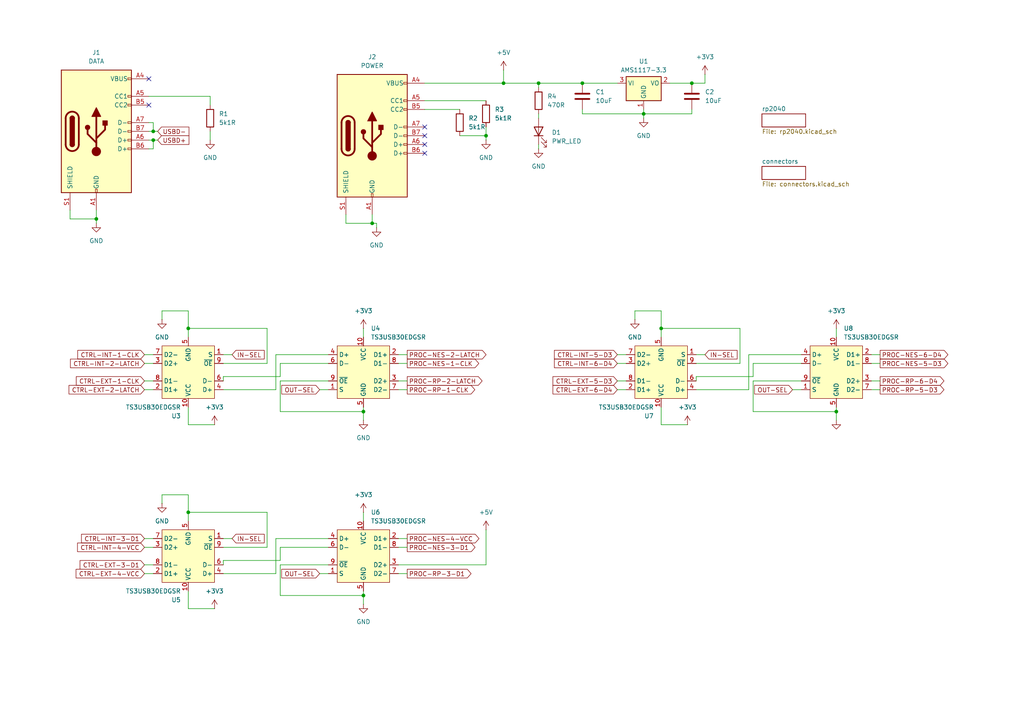
<source format=kicad_sch>
(kicad_sch (version 20250114) (generator "eeschema") (generator_version "9.0")
  (paper "A4")
  (lib_symbols
    (symbol "Connector:USB_C_Receptacle_USB2.0_14P" (pin_names (offset 1.016))
      (property "Reference" "J" (at 0 22.225 0))
      (property "Value" "USB_C_Receptacle_USB2.0_14P" (at 0 19.685 0))
      (symbol "USB_C_Receptacle_USB2.0_14P_0_0"
        (rectangle (start -0.254 -17.78) (end 0.254 -16.764))
        (rectangle (start 10.16 15.494) (end 9.144 14.986))
        (rectangle (start 10.16 10.414) (end 9.144 9.906))
        (rectangle (start 10.16 7.874) (end 9.144 7.366))
        (rectangle (start 10.16 2.794) (end 9.144 2.286))
        (rectangle (start 10.16 0.254) (end 9.144 -0.254))
        (rectangle (start 10.16 -2.286) (end 9.144 -2.794))
        (rectangle (start 10.16 -4.826) (end 9.144 -5.334))
      )
      (symbol "USB_C_Receptacle_USB2.0_14P_0_1"
        (rectangle (start -10.16 17.78) (end 10.16 -17.78) (stroke (width 0.254)) (fill (type background)))
        (polyline (pts (xy -8.89 -3.81) (xy -8.89 3.81)) (stroke (width 0.508)))
        (rectangle (start -7.62 -3.81) (end -6.35 3.81) (stroke (width 0.254)) (fill (type outline)))
        (arc (start -7.62 3.81) (mid -6.985 4.4423) (end -6.35 3.81) (stroke (width 0.254)))
        (arc (start -7.62 3.81) (mid -6.985 4.4423) (end -6.35 3.81) (stroke (width 0.254)) (fill (type outline)))
        (arc (start -8.89 3.81) (mid -6.985 5.7067) (end -5.08 3.81) (stroke (width 0.508)))
        (arc (start -5.08 -3.81) (mid -6.985 -5.7067) (end -8.89 -3.81) (stroke (width 0.508)))
        (arc (start -6.35 -3.81) (mid -6.985 -4.4423) (end -7.62 -3.81) (stroke (width 0.254)))
        (arc (start -6.35 -3.81) (mid -6.985 -4.4423) (end -7.62 -3.81) (stroke (width 0.254)) (fill (type outline)))
        (polyline (pts (xy -5.08 3.81) (xy -5.08 -3.81)) (stroke (width 0.508)))
        (circle (center -2.54 1.143) (radius 0.635) (stroke (width 0.254)) (fill (type outline)))
        (polyline (pts (xy -1.27 4.318) (xy 0 6.858) (xy 1.27 4.318) (xy -1.27 4.318)) (stroke (width 0.254)) (fill (type outline)))
        (polyline (pts (xy 0 -2.032) (xy 2.54 0.508) (xy 2.54 1.778)) (stroke (width 0.508)))
        (polyline (pts (xy 0 -3.302) (xy -2.54 -0.762) (xy -2.54 0.508)) (stroke (width 0.508)))
        (polyline (pts (xy 0 -5.842) (xy 0 4.318)) (stroke (width 0.508)))
        (circle (center 0 -5.842) (radius 1.27) (fill (type outline)))
        (rectangle (start 1.905 1.778) (end 3.175 3.048) (stroke (width 0.254)) (fill (type outline)))
      )
      (symbol "USB_C_Receptacle_USB2.0_14P_1_1"
        (pin passive line (at -7.62 -22.86 90) (length 5.08) (name "SHIELD") (number "S1"))
        (pin passive line (at 0 -22.86 90) (length 5.08) (name "GND") (number "A1"))
        (pin passive line (at 0 -22.86 90) (length 5.08) (hide yes) (name "GND") (number "A12"))
        (pin passive line (at 0 -22.86 90) (length 5.08) (hide yes) (name "GND") (number "B1"))
        (pin passive line (at 0 -22.86 90) (length 5.08) (hide yes) (name "GND") (number "B12"))
        (pin passive line (at 15.24 15.24 180) (length 5.08) (name "VBUS") (number "A4"))
        (pin passive line (at 15.24 15.24 180) (length 5.08) (hide yes) (name "VBUS") (number "A9"))
        (pin passive line (at 15.24 15.24 180) (length 5.08) (hide yes) (name "VBUS") (number "B4"))
        (pin passive line (at 15.24 15.24 180) (length 5.08) (hide yes) (name "VBUS") (number "B9"))
        (pin bidirectional line (at 15.24 10.16 180) (length 5.08) (name "CC1") (number "A5"))
        (pin bidirectional line (at 15.24 7.62 180) (length 5.08) (name "CC2") (number "B5"))
        (pin bidirectional line (at 15.24 2.54 180) (length 5.08) (name "D-") (number "A7"))
        (pin bidirectional line (at 15.24 0 180) (length 5.08) (name "D-") (number "B7"))
        (pin bidirectional line (at 15.24 -2.54 180) (length 5.08) (name "D+") (number "A6"))
        (pin bidirectional line (at 15.24 -5.08 180) (length 5.08) (name "D+") (number "B6"))
      )
    )
    (symbol "Device:C" (pin_numbers (hide yes)) (pin_names (offset 0.254))
      (property "Reference" "C" (at 0.635 2.54 0))
      (property "Value" "C" (at 0.635 -2.54 0))
      (symbol "C_0_1"
        (polyline (pts (xy -2.032 0.762) (xy 2.032 0.762)) (stroke (width 0.508)))
        (polyline (pts (xy -2.032 -0.762) (xy 2.032 -0.762)) (stroke (width 0.508)))
      )
      (symbol "C_1_1"
        (pin passive line (at 0 3.81 270) (length 2.794) (name "~") (number "1"))
        (pin passive line (at 0 -3.81 90) (length 2.794) (name "~") (number "2"))
      )
    )
    (symbol "Device:LED" (pin_numbers (hide yes)) (pin_names (offset 1.016) (hide yes))
      (property "Reference" "D" (at 0 2.54 0))
      (property "Value" "LED" (at 0 -2.54 0))
      (symbol "LED_0_1"
        (polyline (pts (xy -3.048 -0.762) (xy -4.572 -2.286) (xy -3.81 -2.286) (xy -4.572 -2.286) (xy -4.572 -1.524)))
        (polyline (pts (xy -1.778 -0.762) (xy -3.302 -2.286) (xy -2.54 -2.286) (xy -3.302 -2.286) (xy -3.302 -1.524)))
        (polyline (pts (xy -1.27 0) (xy 1.27 0)))
        (polyline (pts (xy -1.27 -1.27) (xy -1.27 1.27)) (stroke (width 0.254)))
        (polyline (pts (xy 1.27 -1.27) (xy 1.27 1.27) (xy -1.27 0) (xy 1.27 -1.27)) (stroke (width 0.254)))
      )
      (symbol "LED_1_1"
        (pin passive line (at -3.81 0 0) (length 2.54) (name "K") (number "1"))
        (pin passive line (at 3.81 0 180) (length 2.54) (name "A") (number "2"))
      )
    )
    (symbol "Device:R" (pin_numbers (hide yes)) (pin_names (offset 0))
      (property "Reference" "R" (at 2.032 0 90))
      (property "Value" "R" (at 0 0 90))
      (symbol "R_0_1"
        (rectangle (start -1.016 -2.54) (end 1.016 2.54) (stroke (width 0.254)))
      )
      (symbol "R_1_1"
        (pin passive line (at 0 3.81 270) (length 1.27) (name "~") (number "1"))
        (pin passive line (at 0 -3.81 90) (length 1.27) (name "~") (number "2"))
      )
    )
    (symbol "Interface_USB:TS3USB30EDGSR"
      (property "Reference" "U" (at -6.35 8.89 0))
      (property "Value" "TS3USB30EDGSR" (at 8.89 8.89 0))
      (symbol "TS3USB30EDGSR_1_1"
        (rectangle (start -7.62 7.62) (end 7.62 -7.62) (fill (type background)))
        (pin bidirectional line (at -10.16 5.08 0) (length 2.54) (name "D+") (number "4"))
        (pin bidirectional line (at -10.16 2.54 0) (length 2.54) (name "D-") (number "6"))
        (pin input line (at -10.16 -2.54 0) (length 2.54) (name "~{OE}") (number "9"))
        (pin input line (at -10.16 -5.08 0) (length 2.54) (name "S") (number "1"))
        (pin power_in line (at 0 10.16 270) (length 2.54) (name "VCC") (number "10"))
        (pin power_in line (at 0 -10.16 90) (length 2.54) (name "GND") (number "5"))
        (pin bidirectional line (at 10.16 5.08 180) (length 2.54) (name "D1+") (number "2"))
        (pin bidirectional line (at 10.16 2.54 180) (length 2.54) (name "D1-") (number "8"))
        (pin bidirectional line (at 10.16 -2.54 180) (length 2.54) (name "D2+") (number "3"))
        (pin bidirectional line (at 10.16 -5.08 180) (length 2.54) (name "D2-") (number "7"))
      )
    )
    (symbol "Regulator_Linear:AMS1117-3.3"
      (property "Reference" "U" (at -3.81 3.175 0))
      (property "Value" "AMS1117-3.3" (at 0 3.175 0))
      (symbol "AMS1117-3.3_0_1"
        (rectangle (start -5.08 -5.08) (end 5.08 1.905) (stroke (width 0.254)) (fill (type background)))
      )
      (symbol "AMS1117-3.3_1_1"
        (pin power_in line (at -7.62 0 0) (length 2.54) (name "VI") (number "3"))
        (pin power_in line (at 0 -7.62 90) (length 2.54) (name "GND") (number "1"))
        (pin power_out line (at 7.62 0 180) (length 2.54) (name "VO") (number "2"))
      )
    )
    (symbol "power:+3V3" (power) (pin_numbers (hide yes)) (pin_names (offset 0) (hide yes))
      (property "Value" "+3V3" (at 0 3.556 0))
      (symbol "+3V3_0_1"
        (polyline (pts (xy -0.762 1.27) (xy 0 2.54)))
        (polyline (pts (xy 0 2.54) (xy 0.762 1.27)))
        (polyline (pts (xy 0 0) (xy 0 2.54)))
      )
      (symbol "+3V3_1_1"
        (pin power_in line (at 0 0 90) (length 0) (name "~") (number "1"))
      )
    )
    (symbol "power:+5V" (power) (pin_numbers (hide yes)) (pin_names (offset 0) (hide yes))
      (property "Value" "+5V" (at 0 3.556 0))
      (symbol "+5V_0_1"
        (polyline (pts (xy -0.762 1.27) (xy 0 2.54)))
        (polyline (pts (xy 0 2.54) (xy 0.762 1.27)))
        (polyline (pts (xy 0 0) (xy 0 2.54)))
      )
      (symbol "+5V_1_1"
        (pin power_in line (at 0 0 90) (length 0) (name "~") (number "1"))
      )
    )
    (symbol "power:GND" (power) (pin_numbers (hide yes)) (pin_names (offset 0) (hide yes))
      (property "Value" "GND" (at 0 -3.81 0))
      (symbol "GND_0_1"
        (polyline (pts (xy 0 0) (xy 0 -1.27) (xy 1.27 -1.27) (xy 0 -2.54) (xy -1.27 -1.27) (xy 0 -1.27)))
      )
      (symbol "GND_1_1"
        (pin power_in line (at 0 0 270) (length 0) (name "~") (number "1"))
      )
    )
  )
  (junction (at 44.45 40.64))
  (junction (at 200.66 24.13))
  (junction (at 54.61 148.59))
  (junction (at 146.05 24.13))
  (junction (at 105.41 119.38))
  (junction (at 107.95 64.77))
  (junction (at 186.69 33.02))
  (junction (at 27.94 63.5))
  (junction (at 140.97 39.37))
  (junction (at 44.45 38.1))
  (junction (at 156.21 24.13))
  (junction (at 191.77 95.25))
  (junction (at 168.91 24.13))
  (junction (at 105.41 172.72))
  (junction (at 54.61 95.25))
  (junction (at 242.57 119.38))
  (no_connect (at 123.19 41.91))
  (no_connect (at 123.19 36.83))
  (no_connect (at 123.19 44.45))
  (no_connect (at 123.19 39.37))
  (no_connect (at 43.18 30.48))
  (no_connect (at 43.18 22.86))
  (wire (pts (xy 46.99 143.51) (xy 46.99 146.05)))
  (wire (pts (xy 194.31 24.13) (xy 200.66 24.13)))
  (wire (pts (xy 80.01 166.37) (xy 80.01 156.21)))
  (wire (pts (xy 156.21 41.91) (xy 156.21 43.18)))
  (wire (pts (xy 115.57 166.37) (xy 118.11 166.37)))
  (wire (pts (xy 217.17 102.87) (xy 232.41 102.87)))
  (wire (pts (xy 64.77 113.03) (xy 80.01 113.03)))
  (wire (pts (xy 115.57 156.21) (xy 118.11 156.21)))
  (wire (pts (xy 44.45 35.56) (xy 44.45 38.1)))
  (wire (pts (xy 179.07 113.03) (xy 181.61 113.03)))
  (wire (pts (xy 242.57 119.38) (xy 242.57 121.92)))
  (wire (pts (xy 41.91 156.21) (xy 44.45 156.21)))
  (wire (pts (xy 105.41 172.72) (xy 105.41 175.26)))
  (wire (pts (xy 80.01 102.87) (xy 95.25 102.87)))
  (wire (pts (xy 179.07 110.49) (xy 181.61 110.49)))
  (wire (pts (xy 64.77 166.37) (xy 80.01 166.37)))
  (wire (pts (xy 115.57 110.49) (xy 118.11 110.49)))
  (wire (pts (xy 201.93 105.41) (xy 214.63 105.41)))
  (wire (pts (xy 77.47 105.41) (xy 77.47 95.25)))
  (wire (pts (xy 41.91 105.41) (xy 44.45 105.41)))
  (wire (pts (xy 44.45 35.56) (xy 43.18 35.56)))
  (wire (pts (xy 107.95 62.23) (xy 107.95 64.77)))
  (wire (pts (xy 146.05 20.32) (xy 146.05 24.13)))
  (wire (pts (xy 44.45 40.64) (xy 44.45 43.18)))
  (wire (pts (xy 60.96 38.1) (xy 60.96 40.64)))
  (wire (pts (xy 214.63 105.41) (xy 214.63 95.25)))
  (wire (pts (xy 64.77 162.56) (xy 64.77 163.83)))
  (wire (pts (xy 229.87 113.03) (xy 232.41 113.03)))
  (wire (pts (xy 81.28 158.75) (xy 95.25 158.75)))
  (wire (pts (xy 54.61 123.19) (xy 62.23 123.19)))
  (wire (pts (xy 218.44 109.22) (xy 218.44 105.41)))
  (wire (pts (xy 41.91 102.87) (xy 44.45 102.87)))
  (wire (pts (xy 54.61 90.17) (xy 54.61 95.25)))
  (wire (pts (xy 140.97 40.64) (xy 140.97 39.37)))
  (wire (pts (xy 191.77 90.17) (xy 191.77 95.25)))
  (wire (pts (xy 115.57 102.87) (xy 118.11 102.87)))
  (wire (pts (xy 43.18 38.1) (xy 44.45 38.1)))
  (wire (pts (xy 54.61 143.51) (xy 54.61 148.59)))
  (wire (pts (xy 64.77 158.75) (xy 77.47 158.75)))
  (wire (pts (xy 184.15 90.17) (xy 184.15 92.71)))
  (wire (pts (xy 252.73 110.49) (xy 255.27 110.49)))
  (wire (pts (xy 20.32 60.96) (xy 20.32 63.5)))
  (wire (pts (xy 81.28 105.41) (xy 95.25 105.41)))
  (wire (pts (xy 41.91 166.37) (xy 44.45 166.37)))
  (wire (pts (xy 54.61 148.59) (xy 77.47 148.59)))
  (wire (pts (xy 218.44 105.41) (xy 232.41 105.41)))
  (wire (pts (xy 252.73 102.87) (xy 255.27 102.87)))
  (wire (pts (xy 64.77 156.21) (xy 67.31 156.21)))
  (wire (pts (xy 81.28 119.38) (xy 105.41 119.38)))
  (wire (pts (xy 109.22 64.77) (xy 109.22 66.04)))
  (wire (pts (xy 44.45 38.1) (xy 45.72 38.1)))
  (wire (pts (xy 41.91 158.75) (xy 44.45 158.75)))
  (wire (pts (xy 201.93 113.03) (xy 217.17 113.03)))
  (wire (pts (xy 20.32 63.5) (xy 27.94 63.5)))
  (wire (pts (xy 107.95 64.77) (xy 109.22 64.77)))
  (wire (pts (xy 41.91 163.83) (xy 44.45 163.83)))
  (wire (pts (xy 200.66 33.02) (xy 186.69 33.02)))
  (wire (pts (xy 81.28 172.72) (xy 105.41 172.72)))
  (wire (pts (xy 242.57 118.11) (xy 242.57 119.38)))
  (wire (pts (xy 92.71 166.37) (xy 95.25 166.37)))
  (wire (pts (xy 146.05 24.13) (xy 156.21 24.13)))
  (wire (pts (xy 232.41 110.49) (xy 218.44 110.49)))
  (wire (pts (xy 115.57 163.83) (xy 140.97 163.83)))
  (wire (pts (xy 81.28 110.49) (xy 81.28 119.38)))
  (wire (pts (xy 123.19 29.21) (xy 140.97 29.21)))
  (wire (pts (xy 201.93 109.22) (xy 201.93 110.49)))
  (wire (pts (xy 115.57 105.41) (xy 118.11 105.41)))
  (wire (pts (xy 140.97 153.67) (xy 140.97 163.83)))
  (wire (pts (xy 64.77 102.87) (xy 67.31 102.87)))
  (wire (pts (xy 218.44 119.38) (xy 242.57 119.38)))
  (wire (pts (xy 191.77 95.25) (xy 214.63 95.25)))
  (wire (pts (xy 54.61 176.53) (xy 62.23 176.53)))
  (wire (pts (xy 123.19 24.13) (xy 146.05 24.13)))
  (wire (pts (xy 184.15 90.17) (xy 191.77 90.17)))
  (wire (pts (xy 54.61 95.25) (xy 54.61 97.79)))
  (wire (pts (xy 191.77 118.11) (xy 191.77 123.19)))
  (wire (pts (xy 123.19 31.75) (xy 133.35 31.75)))
  (wire (pts (xy 217.17 113.03) (xy 217.17 102.87)))
  (wire (pts (xy 95.25 163.83) (xy 81.28 163.83)))
  (wire (pts (xy 46.99 143.51) (xy 54.61 143.51)))
  (wire (pts (xy 105.41 171.45) (xy 105.41 172.72)))
  (wire (pts (xy 54.61 148.59) (xy 54.61 151.13)))
  (wire (pts (xy 200.66 31.75) (xy 200.66 33.02)))
  (wire (pts (xy 54.61 95.25) (xy 77.47 95.25)))
  (wire (pts (xy 81.28 163.83) (xy 81.28 172.72)))
  (wire (pts (xy 54.61 171.45) (xy 54.61 176.53)))
  (wire (pts (xy 201.93 109.22) (xy 218.44 109.22)))
  (wire (pts (xy 186.69 33.02) (xy 186.69 34.29)))
  (wire (pts (xy 156.21 24.13) (xy 168.91 24.13)))
  (wire (pts (xy 105.41 148.59) (xy 105.41 151.13)))
  (wire (pts (xy 54.61 118.11) (xy 54.61 123.19)))
  (wire (pts (xy 41.91 113.03) (xy 44.45 113.03)))
  (wire (pts (xy 100.33 62.23) (xy 100.33 64.77)))
  (wire (pts (xy 46.99 90.17) (xy 54.61 90.17)))
  (wire (pts (xy 156.21 33.02) (xy 156.21 34.29)))
  (wire (pts (xy 43.18 43.18) (xy 44.45 43.18)))
  (wire (pts (xy 168.91 33.02) (xy 168.91 31.75)))
  (wire (pts (xy 81.28 162.56) (xy 81.28 158.75)))
  (wire (pts (xy 27.94 60.96) (xy 27.94 63.5)))
  (wire (pts (xy 191.77 123.19) (xy 199.39 123.19)))
  (wire (pts (xy 168.91 24.13) (xy 179.07 24.13)))
  (wire (pts (xy 64.77 109.22) (xy 64.77 110.49)))
  (wire (pts (xy 64.77 109.22) (xy 81.28 109.22)))
  (wire (pts (xy 179.07 105.41) (xy 181.61 105.41)))
  (wire (pts (xy 168.91 33.02) (xy 186.69 33.02)))
  (wire (pts (xy 105.41 118.11) (xy 105.41 119.38)))
  (wire (pts (xy 77.47 158.75) (xy 77.47 148.59)))
  (wire (pts (xy 133.35 39.37) (xy 140.97 39.37)))
  (wire (pts (xy 41.91 110.49) (xy 44.45 110.49)))
  (wire (pts (xy 204.47 21.59) (xy 204.47 24.13)))
  (wire (pts (xy 179.07 102.87) (xy 181.61 102.87)))
  (wire (pts (xy 252.73 105.41) (xy 255.27 105.41)))
  (wire (pts (xy 115.57 113.03) (xy 118.11 113.03)))
  (wire (pts (xy 201.93 102.87) (xy 204.47 102.87)))
  (wire (pts (xy 46.99 90.17) (xy 46.99 92.71)))
  (wire (pts (xy 186.69 31.75) (xy 186.69 33.02)))
  (wire (pts (xy 191.77 95.25) (xy 191.77 97.79)))
  (wire (pts (xy 81.28 109.22) (xy 81.28 105.41)))
  (wire (pts (xy 80.01 156.21) (xy 95.25 156.21)))
  (wire (pts (xy 105.41 95.25) (xy 105.41 97.79)))
  (wire (pts (xy 140.97 36.83) (xy 140.97 39.37)))
  (wire (pts (xy 64.77 105.41) (xy 77.47 105.41)))
  (wire (pts (xy 218.44 110.49) (xy 218.44 119.38)))
  (wire (pts (xy 44.45 40.64) (xy 45.72 40.64)))
  (wire (pts (xy 43.18 40.64) (xy 44.45 40.64)))
  (wire (pts (xy 64.77 162.56) (xy 81.28 162.56)))
  (wire (pts (xy 107.95 64.77) (xy 100.33 64.77)))
  (wire (pts (xy 80.01 113.03) (xy 80.01 102.87)))
  (wire (pts (xy 115.57 158.75) (xy 118.11 158.75)))
  (wire (pts (xy 105.41 119.38) (xy 105.41 121.92)))
  (wire (pts (xy 27.94 63.5) (xy 27.94 64.77)))
  (wire (pts (xy 252.73 113.03) (xy 255.27 113.03)))
  (wire (pts (xy 200.66 24.13) (xy 204.47 24.13)))
  (wire (pts (xy 242.57 95.25) (xy 242.57 97.79)))
  (wire (pts (xy 92.71 113.03) (xy 95.25 113.03)))
  (wire (pts (xy 43.18 27.94) (xy 60.96 27.94)))
  (wire (pts (xy 156.21 25.4) (xy 156.21 24.13)))
  (wire (pts (xy 95.25 110.49) (xy 81.28 110.49)))
  (wire (pts (xy 60.96 27.94) (xy 60.96 30.48)))
  (global_label "PROC-NES-6-D4" (shape output) (at 255.27 102.87 0) (property "Intersheetrefs" "${INTERSHEET_REFS}" (effects (hide yes))))
  (global_label "PROC-RP-2-LATCH" (shape output) (at 118.11 110.49 0) (property "Intersheetrefs" "${INTERSHEET_REFS}" (effects (hide yes))))
  (global_label "CTRL-EXT-2-LATCH" (shape input) (at 41.91 113.03 180) (property "Intersheetrefs" "${INTERSHEET_REFS}" (effects (hide yes))))
  (global_label "IN-SEL" (shape input) (at 67.31 102.87 0) (property "Intersheetrefs" "${INTERSHEET_REFS}" (effects (hide yes))))
  (global_label "CTRL-INT-4-VCC" (shape input) (at 41.91 158.75 180) (property "Intersheetrefs" "${INTERSHEET_REFS}" (effects (hide yes))))
  (global_label "CTRL-EXT-3-D1" (shape input) (at 41.91 163.83 180) (property "Intersheetrefs" "${INTERSHEET_REFS}" (effects (hide yes))))
  (global_label "CTRL-EXT-1-CLK" (shape input) (at 41.91 110.49 180) (property "Intersheetrefs" "${INTERSHEET_REFS}" (effects (hide yes))))
  (global_label "CTRL-INT-3-D1" (shape input) (at 41.91 156.21 180) (property "Intersheetrefs" "${INTERSHEET_REFS}" (effects (hide yes))))
  (global_label "CTRL-INT-2-LATCH" (shape input) (at 41.91 105.41 180) (property "Intersheetrefs" "${INTERSHEET_REFS}" (effects (hide yes))))
  (global_label "CTRL-INT-1-CLK" (shape input) (at 41.91 102.87 180) (property "Intersheetrefs" "${INTERSHEET_REFS}" (effects (hide yes))))
  (global_label "OUT-SEL" (shape input) (at 92.71 166.37 180) (property "Intersheetrefs" "${INTERSHEET_REFS}" (effects (hide yes))))
  (global_label "CTRL-EXT-6-D4" (shape input) (at 179.07 113.03 180) (property "Intersheetrefs" "${INTERSHEET_REFS}" (effects (hide yes))))
  (global_label "PROC-RP-5-D3" (shape output) (at 255.27 113.03 0) (property "Intersheetrefs" "${INTERSHEET_REFS}" (effects (hide yes))))
  (global_label "CTRL-EXT-5-D3" (shape input) (at 179.07 110.49 180) (property "Intersheetrefs" "${INTERSHEET_REFS}" (effects (hide yes))))
  (global_label "OUT-SEL" (shape input) (at 229.87 113.03 180) (property "Intersheetrefs" "${INTERSHEET_REFS}" (effects (hide yes))))
  (global_label "OUT-SEL" (shape input) (at 92.71 113.03 180) (property "Intersheetrefs" "${INTERSHEET_REFS}" (effects (hide yes))))
  (global_label "PROC-RP-3-D1" (shape output) (at 118.11 166.37 0) (property "Intersheetrefs" "${INTERSHEET_REFS}" (effects (hide yes))))
  (global_label "PROC-RP-1-CLK" (shape output) (at 118.11 113.03 0) (property "Intersheetrefs" "${INTERSHEET_REFS}" (effects (hide yes))))
  (global_label "USBD+" (shape input) (at 45.72 40.64 0) (property "Intersheetrefs" "${INTERSHEET_REFS}" (effects (hide yes))))
  (global_label "PROC-NES-2-LATCH" (shape output) (at 118.11 102.87 0) (property "Intersheetrefs" "${INTERSHEET_REFS}" (effects (hide yes))))
  (global_label "PROC-NES-1-CLK" (shape output) (at 118.11 105.41 0) (property "Intersheetrefs" "${INTERSHEET_REFS}" (effects (hide yes))))
  (global_label "CTRL-INT-5-D3" (shape input) (at 179.07 102.87 180) (property "Intersheetrefs" "${INTERSHEET_REFS}" (effects (hide yes))))
  (global_label "CTRL-EXT-4-VCC" (shape input) (at 41.91 166.37 180) (property "Intersheetrefs" "${INTERSHEET_REFS}" (effects (hide yes))))
  (global_label "IN-SEL" (shape input) (at 204.47 102.87 0) (property "Intersheetrefs" "${INTERSHEET_REFS}" (effects (hide yes))))
  (global_label "PROC-NES-5-D3" (shape output) (at 255.27 105.41 0) (property "Intersheetrefs" "${INTERSHEET_REFS}" (effects (hide yes))))
  (global_label "PROC-NES-3-D1" (shape output) (at 118.11 158.75 0) (property "Intersheetrefs" "${INTERSHEET_REFS}" (effects (hide yes))))
  (global_label "USBD-" (shape input) (at 45.72 38.1 0) (property "Intersheetrefs" "${INTERSHEET_REFS}" (effects (hide yes))))
  (global_label "CTRL-INT-6-D4" (shape input) (at 179.07 105.41 180) (property "Intersheetrefs" "${INTERSHEET_REFS}" (effects (hide yes))))
  (global_label "PROC-NES-4-VCC" (shape output) (at 118.11 156.21 0) (property "Intersheetrefs" "${INTERSHEET_REFS}" (effects (hide yes))))
  (global_label "PROC-RP-6-D4" (shape output) (at 255.27 110.49 0) (property "Intersheetrefs" "${INTERSHEET_REFS}" (effects (hide yes))))
  (global_label "IN-SEL" (shape input) (at 67.31 156.21 0) (property "Intersheetrefs" "${INTERSHEET_REFS}" (effects (hide yes))))
  (symbol (lib_id "power:GND") (at 105.41 121.92 0) (unit 1)
    (property "Reference" "#PWR010" (effects (hide yes)))
    (property "Value" "GND" (at 105.41 127 0))
    (property "Description" "Power symbol creates a global label with name \"GND\" , ground" (effects (hide yes)))
  )
  (symbol (lib_id "power:GND") (at 46.99 146.05 0) (unit 1)
    (property "Reference" "#PWR011" (effects (hide yes)))
    (property "Value" "GND" (at 46.99 151.13 0))
    (property "Description" "Power symbol creates a global label with name \"GND\" , ground" (effects (hide yes)))
  )
  (symbol (lib_id "power:+3V3") (at 242.57 95.25 0) (unit 1)
    (property "Reference" "#PWR019" (effects (hide yes)))
    (property "Value" "+3V3" (at 242.57 90.17 0))
    (property "Description" "Power symbol creates a global label with name \"+3V3\"" (effects (hide yes)))
  )
  (symbol (lib_id "power:+3V3") (at 105.41 148.59 0) (unit 1)
    (property "Reference" "#PWR013" (effects (hide yes)))
    (property "Value" "+3V3" (at 105.41 143.51 0))
    (property "Description" "Power symbol creates a global label with name \"+3V3\"" (effects (hide yes)))
  )
  (symbol (lib_id "power:+3V3") (at 62.23 123.19 0) (unit 1)
    (property "Reference" "#PWR016" (effects (hide yes)))
    (property "Value" "+3V3" (at 62.23 118.11 0))
    (property "Description" "Power symbol creates a global label with name \"+3V3\"" (effects (hide yes)))
  )
  (symbol (lib_id "power:GND") (at 109.22 66.04 0) (unit 1)
    (property "Reference" "#PWR04" (effects (hide yes)))
    (property "Value" "GND" (at 109.22 71.12 0))
    (property "Description" "Power symbol creates a global label with name \"GND\" , ground" (effects (hide yes)))
  )
  (symbol (lib_id "Device:R") (at 133.35 35.56 0) (unit 1)
    (property "Reference" "R2" (at 135.89 34.2899 0) (effects (justify left)))
    (property "Value" "5k1R" (at 135.89 36.8299 0) (effects (justify left)))
    (property "Footprint" "Resistor_SMD:R_0603_1608Metric" (effects (hide yes)))
    (property "Description" "Resistor" (effects (hide yes)))
  )
  (symbol (lib_id "power:GND") (at 186.69 34.29 0) (unit 1)
    (property "Reference" "#PWR08" (effects (hide yes)))
    (property "Value" "GND" (at 186.69 39.37 0))
    (property "Description" "Power symbol creates a global label with name \"GND\" , ground" (effects (hide yes)))
  )
  (symbol (lib_id "power:GND") (at 140.97 40.64 0) (unit 1)
    (property "Reference" "#PWR06" (effects (hide yes)))
    (property "Value" "GND" (at 140.97 45.72 0))
    (property "Description" "Power symbol creates a global label with name \"GND\" , ground" (effects (hide yes)))
  )
  (symbol (lib_id "power:+3V3") (at 204.47 21.59 0) (unit 1)
    (property "Reference" "#PWR09" (effects (hide yes)))
    (property "Value" "+3V3" (at 204.47 16.51 0))
    (property "Description" "Power symbol creates a global label with name \"+3V3\"" (effects (hide yes)))
  )
  (symbol (lib_id "power:GND") (at 60.96 40.64 0) (unit 1)
    (property "Reference" "#PWR05" (effects (hide yes)))
    (property "Value" "GND" (at 60.96 45.72 0))
    (property "Description" "Power symbol creates a global label with name \"GND\" , ground" (effects (hide yes)))
  )
  (symbol (lib_id "Device:C") (at 168.91 27.94 0) (unit 1)
    (property "Reference" "C1" (at 172.72 26.6699 0) (effects (justify left)))
    (property "Value" "10uF" (at 172.72 29.2099 0) (effects (justify left)))
    (property "Footprint" "Capacitor_SMD:C_0201_0603Metric" (effects (hide yes)))
    (property "Description" "Unpolarized capacitor" (effects (hide yes)))
  )
  (symbol (lib_id "Device:R") (at 60.96 34.29 0) (unit 1)
    (property "Reference" "R1" (at 63.5 33.0199 0) (effects (justify left)))
    (property "Value" "5k1R" (at 63.5 35.5599 0) (effects (justify left)))
    (property "Footprint" "Resistor_SMD:R_0603_1608Metric" (effects (hide yes)))
    (property "Description" "Resistor" (effects (hide yes)))
  )
  (symbol (lib_id "power:GND") (at 27.94 64.77 0) (unit 1)
    (property "Reference" "#PWR03" (effects (hide yes)))
    (property "Value" "GND" (at 27.94 69.85 0))
    (property "Description" "Power symbol creates a global label with name \"GND\" , ground" (effects (hide yes)))
  )
  (symbol (lib_id "Interface_USB:TS3USB30EDGSR") (at 54.61 161.29 180) (unit 1)
    (property "Reference" "U5" (at 52.4667 173.99 0) (effects (justify left)))
    (property "Value" "TS3USB30EDGSR" (at 52.4667 171.45 0) (effects (justify left)))
    (property "Footprint" "Package_SO:VSSOP-10_3x3mm_P0.5mm" (effects (hide yes)))
    (property "Datasheet" "https://www.ti.com/lit/ds/symlink/ts3usb30e.pdf" (effects (hide yes)))
    (property "Description" "ESD-Protected, High-Speed USB 2.0 (480-Mbps) 1:2 Multiplexer/Demultiplexer Switch With Single Enable, VSSOP-10" (effects (hide yes)))
  )
  (symbol (lib_id "power:GND") (at 184.15 92.71 0) (unit 1)
    (property "Reference" "#PWR017" (effects (hide yes)))
    (property "Value" "GND" (at 184.15 97.79 0))
    (property "Description" "Power symbol creates a global label with name \"GND\" , ground" (effects (hide yes)))
  )
  (symbol (lib_id "Device:LED") (at 156.21 38.1 90) (unit 1)
    (property "Reference" "D1" (at 160.02 38.4174 90) (effects (justify right)))
    (property "Value" "PWR_LED" (at 160.02 40.9574 90) (effects (justify right)))
    (property "Footprint" "LED_SMD:LED_0201_0603Metric" (effects (hide yes)))
    (property "Description" "Light emitting diode" (effects (hide yes)))
    (property "Sim.Pins" "1=K 2=A" (effects (hide yes)))
  )
  (symbol (lib_id "power:+5V") (at 146.05 20.32 0) (unit 1)
    (property "Reference" "#PWR07" (effects (hide yes)))
    (property "Value" "+5V" (at 146.05 15.24 0))
    (property "Description" "Power symbol creates a global label with name \"+5V\"" (effects (hide yes)))
  )
  (symbol (lib_id "Interface_USB:TS3USB30EDGSR") (at 54.61 107.95 180) (unit 1)
    (property "Reference" "U3" (at 52.4667 120.65 0) (effects (justify left)))
    (property "Value" "TS3USB30EDGSR" (at 52.4667 118.11 0) (effects (justify left)))
    (property "Footprint" "Package_SO:VSSOP-10_3x3mm_P0.5mm" (effects (hide yes)))
    (property "Datasheet" "https://www.ti.com/lit/ds/symlink/ts3usb30e.pdf" (effects (hide yes)))
    (property "Description" "ESD-Protected, High-Speed USB 2.0 (480-Mbps) 1:2 Multiplexer/Demultiplexer Switch With Single Enable, VSSOP-10" (effects (hide yes)))
  )
  (symbol (lib_id "Interface_USB:TS3USB30EDGSR") (at 105.41 107.95 0) (unit 1)
    (property "Reference" "U4" (at 107.5533 95.25 0) (effects (justify left)))
    (property "Value" "TS3USB30EDGSR" (at 107.5533 97.79 0) (effects (justify left)))
    (property "Footprint" "Package_SO:VSSOP-10_3x3mm_P0.5mm" (effects (hide yes)))
    (property "Datasheet" "https://www.ti.com/lit/ds/symlink/ts3usb30e.pdf" (effects (hide yes)))
    (property "Description" "ESD-Protected, High-Speed USB 2.0 (480-Mbps) 1:2 Multiplexer/Demultiplexer Switch With Single Enable, VSSOP-10" (effects (hide yes)))
  )
  (symbol (lib_id "power:GND") (at 46.99 92.71 0) (unit 1)
    (property "Reference" "#PWR02" (effects (hide yes)))
    (property "Value" "GND" (at 46.99 97.79 0))
    (property "Description" "Power symbol creates a global label with name \"GND\" , ground" (effects (hide yes)))
  )
  (symbol (lib_id "Device:C") (at 200.66 27.94 0) (unit 1)
    (property "Reference" "C2" (at 204.47 26.6699 0) (effects (justify left)))
    (property "Value" "10uF" (at 204.47 29.2099 0) (effects (justify left)))
    (property "Footprint" "Capacitor_SMD:C_0201_0603Metric" (effects (hide yes)))
    (property "Description" "Unpolarized capacitor" (effects (hide yes)))
  )
  (symbol (lib_id "power:+3V3") (at 105.41 95.25 0) (unit 1)
    (property "Reference" "#PWR015" (effects (hide yes)))
    (property "Value" "+3V3" (at 105.41 90.17 0))
    (property "Description" "Power symbol creates a global label with name \"+3V3\"" (effects (hide yes)))
  )
  (symbol (lib_id "Device:R") (at 156.21 29.21 0) (unit 1)
    (property "Reference" "R4" (at 158.75 27.9399 0) (effects (justify left)))
    (property "Value" "470R" (at 158.75 30.4799 0) (effects (justify left)))
    (property "Footprint" "Resistor_SMD:R_0603_1608Metric" (effects (hide yes)))
    (property "Description" "Resistor" (effects (hide yes)))
  )
  (symbol (lib_id "Interface_USB:TS3USB30EDGSR") (at 105.41 161.29 0) (unit 1)
    (property "Reference" "U6" (at 107.5533 148.59 0) (effects (justify left)))
    (property "Value" "TS3USB30EDGSR" (at 107.5533 151.13 0) (effects (justify left)))
    (property "Footprint" "Package_SO:VSSOP-10_3x3mm_P0.5mm" (effects (hide yes)))
    (property "Datasheet" "https://www.ti.com/lit/ds/symlink/ts3usb30e.pdf" (effects (hide yes)))
    (property "Description" "ESD-Protected, High-Speed USB 2.0 (480-Mbps) 1:2 Multiplexer/Demultiplexer Switch With Single Enable, VSSOP-10" (effects (hide yes)))
  )
  (symbol (lib_id "Device:R") (at 140.97 33.02 0) (unit 1)
    (property "Reference" "R3" (at 143.51 31.7499 0) (effects (justify left)))
    (property "Value" "5k1R" (at 143.51 34.2899 0) (effects (justify left)))
    (property "Footprint" "Resistor_SMD:R_0603_1608Metric" (effects (hide yes)))
    (property "Description" "Resistor" (effects (hide yes)))
  )
  (symbol (lib_id "power:+3V3") (at 62.23 176.53 0) (unit 1)
    (property "Reference" "#PWR012" (effects (hide yes)))
    (property "Value" "+3V3" (at 62.23 171.45 0))
    (property "Description" "Power symbol creates a global label with name \"+3V3\"" (effects (hide yes)))
  )
  (symbol (lib_id "power:+5V") (at 140.97 153.67 0) (unit 1)
    (property "Reference" "#PWR025" (effects (hide yes)))
    (property "Value" "+5V" (at 140.97 148.59 0))
    (property "Description" "Power symbol creates a global label with name \"+5V\"" (effects (hide yes)))
  )
  (symbol (lib_id "Connector:USB_C_Receptacle_USB2.0_14P") (at 107.95 39.37 0) (unit 1)
    (property "Reference" "J2" (at 107.95 16.51 0))
    (property "Value" "POWER" (at 107.95 19.05 0))
    (property "Datasheet" "https://www.usb.org/sites/default/files/documents/usb_type-c.zip" (effects (hide yes)))
    (property "Description" "USB 2.0-only 14P Type-C Receptacle connector" (effects (hide yes)))
  )
  (symbol (lib_id "Interface_USB:TS3USB30EDGSR") (at 191.77 107.95 180) (unit 1)
    (property "Reference" "U7" (at 189.6267 120.65 0) (effects (justify left)))
    (property "Value" "TS3USB30EDGSR" (at 189.6267 118.11 0) (effects (justify left)))
    (property "Footprint" "Package_SO:VSSOP-10_3x3mm_P0.5mm" (effects (hide yes)))
    (property "Datasheet" "https://www.ti.com/lit/ds/symlink/ts3usb30e.pdf" (effects (hide yes)))
    (property "Description" "ESD-Protected, High-Speed USB 2.0 (480-Mbps) 1:2 Multiplexer/Demultiplexer Switch With Single Enable, VSSOP-10" (effects (hide yes)))
  )
  (symbol (lib_id "power:GND") (at 156.21 43.18 0) (unit 1)
    (property "Reference" "#PWR01" (effects (hide yes)))
    (property "Value" "GND" (at 156.21 48.26 0))
    (property "Description" "Power symbol creates a global label with name \"GND\" , ground" (effects (hide yes)))
  )
  (symbol (lib_id "Interface_USB:TS3USB30EDGSR") (at 242.57 107.95 0) (unit 1)
    (property "Reference" "U8" (at 244.7133 95.25 0) (effects (justify left)))
    (property "Value" "TS3USB30EDGSR" (at 244.7133 97.79 0) (effects (justify left)))
    (property "Footprint" "Package_SO:VSSOP-10_3x3mm_P0.5mm" (effects (hide yes)))
    (property "Datasheet" "https://www.ti.com/lit/ds/symlink/ts3usb30e.pdf" (effects (hide yes)))
    (property "Description" "ESD-Protected, High-Speed USB 2.0 (480-Mbps) 1:2 Multiplexer/Demultiplexer Switch With Single Enable, VSSOP-10" (effects (hide yes)))
  )
  (symbol (lib_id "Regulator_Linear:AMS1117-3.3") (at 186.69 24.13 0) (unit 1)
    (property "Reference" "U1" (at 186.69 17.78 0))
    (property "Value" "AMS1117-3.3" (at 186.69 20.32 0))
    (property "Footprint" "Package_TO_SOT_SMD:SOT-223-3_TabPin2" (effects (hide yes)))
    (property "Datasheet" "http://www.advanced-monolithic.com/pdf/ds1117.pdf" (effects (hide yes)))
    (property "Description" "1A Low Dropout regulator, positive, 3.3V fixed output, SOT-223" (effects (hide yes)))
  )
  (symbol (lib_id "Connector:USB_C_Receptacle_USB2.0_14P") (at 27.94 38.1 0) (unit 1)
    (property "Reference" "J1" (at 27.94 15.24 0))
    (property "Value" "DATA" (at 27.94 17.78 0))
    (property "Datasheet" "https://www.usb.org/sites/default/files/documents/usb_type-c.zip" (effects (hide yes)))
    (property "Description" "USB 2.0-only 14P Type-C Receptacle connector" (effects (hide yes)))
  )
  (symbol (lib_id "power:+3V3") (at 199.39 123.19 0) (unit 1)
    (property "Reference" "#PWR018" (effects (hide yes)))
    (property "Value" "+3V3" (at 199.39 118.11 0))
    (property "Description" "Power symbol creates a global label with name \"+3V3\"" (effects (hide yes)))
  )
  (symbol (lib_id "power:GND") (at 105.41 175.26 0) (unit 1)
    (property "Reference" "#PWR014" (effects (hide yes)))
    (property "Value" "GND" (at 105.41 180.34 0))
    (property "Description" "Power symbol creates a global label with name \"GND\" , ground" (effects (hide yes)))
  )
  (symbol (lib_id "power:GND") (at 242.57 121.92 0) (unit 1)
    (property "Reference" "#PWR020" (effects (hide yes)))
    (property "Value" "GND" (effects (hide yes)))
    (property "Description" "Power symbol creates a global label with name \"GND\" , ground" (effects (hide yes)))
  )
  (sheet (at 220.98 33.02) (size 12.7 3.81) (stroke (width 0.1524))
    (property "Sheetname" "rp2040" (at 220.98 32.3084 0) (effects (justify left bottom)))
    (property "Sheetfile" "rp2040.kicad_sch" (at 220.98 37.4146 0) (effects (justify left top)))
  )
  (sheet (at 220.98 48.26) (size 12.7 3.81) (stroke (width 0.1524))
    (property "Sheetname" "connectors" (at 220.98 47.5484 0) (effects (justify left bottom)))
    (property "Sheetfile" "connectors.kicad_sch" (at 220.98 52.6546 0) (effects (justify left top)))
  )
)
</source>
